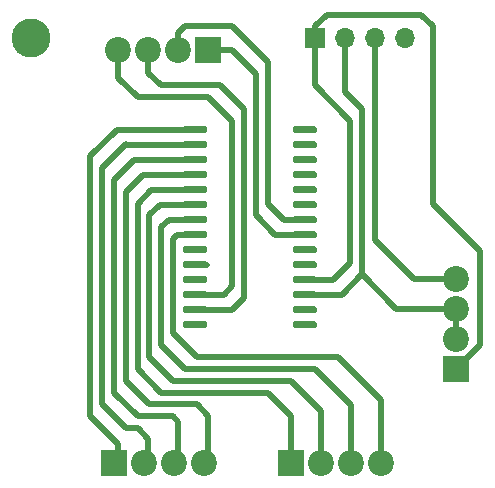
<source format=gbr>
%TF.GenerationSoftware,KiCad,Pcbnew,(5.1.8-0-10_14)*%
%TF.CreationDate,2020-12-02T22:30:47-05:00*%
%TF.ProjectId,Bartender Bot PCB,42617274-656e-4646-9572-20426f742050,rev?*%
%TF.SameCoordinates,Original*%
%TF.FileFunction,Copper,L1,Top*%
%TF.FilePolarity,Positive*%
%FSLAX46Y46*%
G04 Gerber Fmt 4.6, Leading zero omitted, Abs format (unit mm)*
G04 Created by KiCad (PCBNEW (5.1.8-0-10_14)) date 2020-12-02 22:30:47*
%MOMM*%
%LPD*%
G01*
G04 APERTURE LIST*
%TA.AperFunction,ComponentPad*%
%ADD10C,2.200000*%
%TD*%
%TA.AperFunction,ComponentPad*%
%ADD11R,2.200000X2.200000*%
%TD*%
%TA.AperFunction,WasherPad*%
%ADD12C,3.302000*%
%TD*%
%TA.AperFunction,ComponentPad*%
%ADD13R,1.700000X1.700000*%
%TD*%
%TA.AperFunction,ComponentPad*%
%ADD14O,1.700000X1.700000*%
%TD*%
%TA.AperFunction,Conductor*%
%ADD15C,0.500000*%
%TD*%
G04 APERTURE END LIST*
%TO.P,U1,1*%
%TO.N,/Pump1*%
%TA.AperFunction,SMDPad,CuDef*%
G36*
G01*
X115825000Y-50895000D02*
X115825000Y-50595000D01*
G75*
G02*
X115975000Y-50445000I150000J0D01*
G01*
X117725000Y-50445000D01*
G75*
G02*
X117875000Y-50595000I0J-150000D01*
G01*
X117875000Y-50895000D01*
G75*
G02*
X117725000Y-51045000I-150000J0D01*
G01*
X115975000Y-51045000D01*
G75*
G02*
X115825000Y-50895000I0J150000D01*
G01*
G37*
%TD.AperFunction*%
%TO.P,U1,2*%
%TO.N,/Pump2*%
%TA.AperFunction,SMDPad,CuDef*%
G36*
G01*
X115825000Y-52165000D02*
X115825000Y-51865000D01*
G75*
G02*
X115975000Y-51715000I150000J0D01*
G01*
X117725000Y-51715000D01*
G75*
G02*
X117875000Y-51865000I0J-150000D01*
G01*
X117875000Y-52165000D01*
G75*
G02*
X117725000Y-52315000I-150000J0D01*
G01*
X115975000Y-52315000D01*
G75*
G02*
X115825000Y-52165000I0J150000D01*
G01*
G37*
%TD.AperFunction*%
%TO.P,U1,3*%
%TO.N,/Pump3*%
%TA.AperFunction,SMDPad,CuDef*%
G36*
G01*
X115825000Y-53435000D02*
X115825000Y-53135000D01*
G75*
G02*
X115975000Y-52985000I150000J0D01*
G01*
X117725000Y-52985000D01*
G75*
G02*
X117875000Y-53135000I0J-150000D01*
G01*
X117875000Y-53435000D01*
G75*
G02*
X117725000Y-53585000I-150000J0D01*
G01*
X115975000Y-53585000D01*
G75*
G02*
X115825000Y-53435000I0J150000D01*
G01*
G37*
%TD.AperFunction*%
%TO.P,U1,4*%
%TO.N,/Pump4*%
%TA.AperFunction,SMDPad,CuDef*%
G36*
G01*
X115825000Y-54705000D02*
X115825000Y-54405000D01*
G75*
G02*
X115975000Y-54255000I150000J0D01*
G01*
X117725000Y-54255000D01*
G75*
G02*
X117875000Y-54405000I0J-150000D01*
G01*
X117875000Y-54705000D01*
G75*
G02*
X117725000Y-54855000I-150000J0D01*
G01*
X115975000Y-54855000D01*
G75*
G02*
X115825000Y-54705000I0J150000D01*
G01*
G37*
%TD.AperFunction*%
%TO.P,U1,5*%
%TO.N,/Pump5*%
%TA.AperFunction,SMDPad,CuDef*%
G36*
G01*
X115825000Y-55975000D02*
X115825000Y-55675000D01*
G75*
G02*
X115975000Y-55525000I150000J0D01*
G01*
X117725000Y-55525000D01*
G75*
G02*
X117875000Y-55675000I0J-150000D01*
G01*
X117875000Y-55975000D01*
G75*
G02*
X117725000Y-56125000I-150000J0D01*
G01*
X115975000Y-56125000D01*
G75*
G02*
X115825000Y-55975000I0J150000D01*
G01*
G37*
%TD.AperFunction*%
%TO.P,U1,6*%
%TO.N,/Pump6*%
%TA.AperFunction,SMDPad,CuDef*%
G36*
G01*
X115825000Y-57245000D02*
X115825000Y-56945000D01*
G75*
G02*
X115975000Y-56795000I150000J0D01*
G01*
X117725000Y-56795000D01*
G75*
G02*
X117875000Y-56945000I0J-150000D01*
G01*
X117875000Y-57245000D01*
G75*
G02*
X117725000Y-57395000I-150000J0D01*
G01*
X115975000Y-57395000D01*
G75*
G02*
X115825000Y-57245000I0J150000D01*
G01*
G37*
%TD.AperFunction*%
%TO.P,U1,7*%
%TO.N,/Pump7*%
%TA.AperFunction,SMDPad,CuDef*%
G36*
G01*
X115825000Y-58515000D02*
X115825000Y-58215000D01*
G75*
G02*
X115975000Y-58065000I150000J0D01*
G01*
X117725000Y-58065000D01*
G75*
G02*
X117875000Y-58215000I0J-150000D01*
G01*
X117875000Y-58515000D01*
G75*
G02*
X117725000Y-58665000I-150000J0D01*
G01*
X115975000Y-58665000D01*
G75*
G02*
X115825000Y-58515000I0J150000D01*
G01*
G37*
%TD.AperFunction*%
%TO.P,U1,8*%
%TO.N,/Pump8*%
%TA.AperFunction,SMDPad,CuDef*%
G36*
G01*
X115825000Y-59785000D02*
X115825000Y-59485000D01*
G75*
G02*
X115975000Y-59335000I150000J0D01*
G01*
X117725000Y-59335000D01*
G75*
G02*
X117875000Y-59485000I0J-150000D01*
G01*
X117875000Y-59785000D01*
G75*
G02*
X117725000Y-59935000I-150000J0D01*
G01*
X115975000Y-59935000D01*
G75*
G02*
X115825000Y-59785000I0J150000D01*
G01*
G37*
%TD.AperFunction*%
%TO.P,U1,9*%
%TO.N,+5V*%
%TA.AperFunction,SMDPad,CuDef*%
G36*
G01*
X115825000Y-61055000D02*
X115825000Y-60755000D01*
G75*
G02*
X115975000Y-60605000I150000J0D01*
G01*
X117725000Y-60605000D01*
G75*
G02*
X117875000Y-60755000I0J-150000D01*
G01*
X117875000Y-61055000D01*
G75*
G02*
X117725000Y-61205000I-150000J0D01*
G01*
X115975000Y-61205000D01*
G75*
G02*
X115825000Y-61055000I0J150000D01*
G01*
G37*
%TD.AperFunction*%
%TO.P,U1,10*%
%TO.N,GND*%
%TA.AperFunction,SMDPad,CuDef*%
G36*
G01*
X115825000Y-62325000D02*
X115825000Y-62025000D01*
G75*
G02*
X115975000Y-61875000I150000J0D01*
G01*
X117725000Y-61875000D01*
G75*
G02*
X117875000Y-62025000I0J-150000D01*
G01*
X117875000Y-62325000D01*
G75*
G02*
X117725000Y-62475000I-150000J0D01*
G01*
X115975000Y-62475000D01*
G75*
G02*
X115825000Y-62325000I0J150000D01*
G01*
G37*
%TD.AperFunction*%
%TO.P,U1,11*%
%TO.N,Net-(U1-Pad11)*%
%TA.AperFunction,SMDPad,CuDef*%
G36*
G01*
X115825000Y-63595000D02*
X115825000Y-63295000D01*
G75*
G02*
X115975000Y-63145000I150000J0D01*
G01*
X117725000Y-63145000D01*
G75*
G02*
X117875000Y-63295000I0J-150000D01*
G01*
X117875000Y-63595000D01*
G75*
G02*
X117725000Y-63745000I-150000J0D01*
G01*
X115975000Y-63745000D01*
G75*
G02*
X115825000Y-63595000I0J150000D01*
G01*
G37*
%TD.AperFunction*%
%TO.P,U1,12*%
%TO.N,/SCK*%
%TA.AperFunction,SMDPad,CuDef*%
G36*
G01*
X115825000Y-64865000D02*
X115825000Y-64565000D01*
G75*
G02*
X115975000Y-64415000I150000J0D01*
G01*
X117725000Y-64415000D01*
G75*
G02*
X117875000Y-64565000I0J-150000D01*
G01*
X117875000Y-64865000D01*
G75*
G02*
X117725000Y-65015000I-150000J0D01*
G01*
X115975000Y-65015000D01*
G75*
G02*
X115825000Y-64865000I0J150000D01*
G01*
G37*
%TD.AperFunction*%
%TO.P,U1,13*%
%TO.N,/SDA*%
%TA.AperFunction,SMDPad,CuDef*%
G36*
G01*
X115825000Y-66135000D02*
X115825000Y-65835000D01*
G75*
G02*
X115975000Y-65685000I150000J0D01*
G01*
X117725000Y-65685000D01*
G75*
G02*
X117875000Y-65835000I0J-150000D01*
G01*
X117875000Y-66135000D01*
G75*
G02*
X117725000Y-66285000I-150000J0D01*
G01*
X115975000Y-66285000D01*
G75*
G02*
X115825000Y-66135000I0J150000D01*
G01*
G37*
%TD.AperFunction*%
%TO.P,U1,14*%
%TO.N,Net-(U1-Pad14)*%
%TA.AperFunction,SMDPad,CuDef*%
G36*
G01*
X115825000Y-67405000D02*
X115825000Y-67105000D01*
G75*
G02*
X115975000Y-66955000I150000J0D01*
G01*
X117725000Y-66955000D01*
G75*
G02*
X117875000Y-67105000I0J-150000D01*
G01*
X117875000Y-67405000D01*
G75*
G02*
X117725000Y-67555000I-150000J0D01*
G01*
X115975000Y-67555000D01*
G75*
G02*
X115825000Y-67405000I0J150000D01*
G01*
G37*
%TD.AperFunction*%
%TO.P,U1,15*%
%TO.N,GND*%
%TA.AperFunction,SMDPad,CuDef*%
G36*
G01*
X125125000Y-67405000D02*
X125125000Y-67105000D01*
G75*
G02*
X125275000Y-66955000I150000J0D01*
G01*
X127025000Y-66955000D01*
G75*
G02*
X127175000Y-67105000I0J-150000D01*
G01*
X127175000Y-67405000D01*
G75*
G02*
X127025000Y-67555000I-150000J0D01*
G01*
X125275000Y-67555000D01*
G75*
G02*
X125125000Y-67405000I0J150000D01*
G01*
G37*
%TD.AperFunction*%
%TO.P,U1,16*%
%TA.AperFunction,SMDPad,CuDef*%
G36*
G01*
X125125000Y-66135000D02*
X125125000Y-65835000D01*
G75*
G02*
X125275000Y-65685000I150000J0D01*
G01*
X127025000Y-65685000D01*
G75*
G02*
X127175000Y-65835000I0J-150000D01*
G01*
X127175000Y-66135000D01*
G75*
G02*
X127025000Y-66285000I-150000J0D01*
G01*
X125275000Y-66285000D01*
G75*
G02*
X125125000Y-66135000I0J150000D01*
G01*
G37*
%TD.AperFunction*%
%TO.P,U1,17*%
%TA.AperFunction,SMDPad,CuDef*%
G36*
G01*
X125125000Y-64865000D02*
X125125000Y-64565000D01*
G75*
G02*
X125275000Y-64415000I150000J0D01*
G01*
X127025000Y-64415000D01*
G75*
G02*
X127175000Y-64565000I0J-150000D01*
G01*
X127175000Y-64865000D01*
G75*
G02*
X127025000Y-65015000I-150000J0D01*
G01*
X125275000Y-65015000D01*
G75*
G02*
X125125000Y-64865000I0J150000D01*
G01*
G37*
%TD.AperFunction*%
%TO.P,U1,18*%
%TO.N,+5V*%
%TA.AperFunction,SMDPad,CuDef*%
G36*
G01*
X125125000Y-63595000D02*
X125125000Y-63295000D01*
G75*
G02*
X125275000Y-63145000I150000J0D01*
G01*
X127025000Y-63145000D01*
G75*
G02*
X127175000Y-63295000I0J-150000D01*
G01*
X127175000Y-63595000D01*
G75*
G02*
X127025000Y-63745000I-150000J0D01*
G01*
X125275000Y-63745000D01*
G75*
G02*
X125125000Y-63595000I0J150000D01*
G01*
G37*
%TD.AperFunction*%
%TO.P,U1,19*%
%TO.N,Net-(U1-Pad19)*%
%TA.AperFunction,SMDPad,CuDef*%
G36*
G01*
X125125000Y-62325000D02*
X125125000Y-62025000D01*
G75*
G02*
X125275000Y-61875000I150000J0D01*
G01*
X127025000Y-61875000D01*
G75*
G02*
X127175000Y-62025000I0J-150000D01*
G01*
X127175000Y-62325000D01*
G75*
G02*
X127025000Y-62475000I-150000J0D01*
G01*
X125275000Y-62475000D01*
G75*
G02*
X125125000Y-62325000I0J150000D01*
G01*
G37*
%TD.AperFunction*%
%TO.P,U1,20*%
%TO.N,Net-(U1-Pad20)*%
%TA.AperFunction,SMDPad,CuDef*%
G36*
G01*
X125125000Y-61055000D02*
X125125000Y-60755000D01*
G75*
G02*
X125275000Y-60605000I150000J0D01*
G01*
X127025000Y-60605000D01*
G75*
G02*
X127175000Y-60755000I0J-150000D01*
G01*
X127175000Y-61055000D01*
G75*
G02*
X127025000Y-61205000I-150000J0D01*
G01*
X125275000Y-61205000D01*
G75*
G02*
X125125000Y-61055000I0J150000D01*
G01*
G37*
%TD.AperFunction*%
%TO.P,U1,21*%
%TO.N,/StepA*%
%TA.AperFunction,SMDPad,CuDef*%
G36*
G01*
X125125000Y-59785000D02*
X125125000Y-59485000D01*
G75*
G02*
X125275000Y-59335000I150000J0D01*
G01*
X127025000Y-59335000D01*
G75*
G02*
X127175000Y-59485000I0J-150000D01*
G01*
X127175000Y-59785000D01*
G75*
G02*
X127025000Y-59935000I-150000J0D01*
G01*
X125275000Y-59935000D01*
G75*
G02*
X125125000Y-59785000I0J150000D01*
G01*
G37*
%TD.AperFunction*%
%TO.P,U1,22*%
%TO.N,/StepB*%
%TA.AperFunction,SMDPad,CuDef*%
G36*
G01*
X125125000Y-58515000D02*
X125125000Y-58215000D01*
G75*
G02*
X125275000Y-58065000I150000J0D01*
G01*
X127025000Y-58065000D01*
G75*
G02*
X127175000Y-58215000I0J-150000D01*
G01*
X127175000Y-58515000D01*
G75*
G02*
X127025000Y-58665000I-150000J0D01*
G01*
X125275000Y-58665000D01*
G75*
G02*
X125125000Y-58515000I0J150000D01*
G01*
G37*
%TD.AperFunction*%
%TO.P,U1,23*%
%TO.N,Net-(U1-Pad23)*%
%TA.AperFunction,SMDPad,CuDef*%
G36*
G01*
X125125000Y-57245000D02*
X125125000Y-56945000D01*
G75*
G02*
X125275000Y-56795000I150000J0D01*
G01*
X127025000Y-56795000D01*
G75*
G02*
X127175000Y-56945000I0J-150000D01*
G01*
X127175000Y-57245000D01*
G75*
G02*
X127025000Y-57395000I-150000J0D01*
G01*
X125275000Y-57395000D01*
G75*
G02*
X125125000Y-57245000I0J150000D01*
G01*
G37*
%TD.AperFunction*%
%TO.P,U1,24*%
%TO.N,Net-(U1-Pad24)*%
%TA.AperFunction,SMDPad,CuDef*%
G36*
G01*
X125125000Y-55975000D02*
X125125000Y-55675000D01*
G75*
G02*
X125275000Y-55525000I150000J0D01*
G01*
X127025000Y-55525000D01*
G75*
G02*
X127175000Y-55675000I0J-150000D01*
G01*
X127175000Y-55975000D01*
G75*
G02*
X127025000Y-56125000I-150000J0D01*
G01*
X125275000Y-56125000D01*
G75*
G02*
X125125000Y-55975000I0J150000D01*
G01*
G37*
%TD.AperFunction*%
%TO.P,U1,25*%
%TO.N,Net-(U1-Pad25)*%
%TA.AperFunction,SMDPad,CuDef*%
G36*
G01*
X125125000Y-54705000D02*
X125125000Y-54405000D01*
G75*
G02*
X125275000Y-54255000I150000J0D01*
G01*
X127025000Y-54255000D01*
G75*
G02*
X127175000Y-54405000I0J-150000D01*
G01*
X127175000Y-54705000D01*
G75*
G02*
X127025000Y-54855000I-150000J0D01*
G01*
X125275000Y-54855000D01*
G75*
G02*
X125125000Y-54705000I0J150000D01*
G01*
G37*
%TD.AperFunction*%
%TO.P,U1,26*%
%TO.N,Net-(U1-Pad26)*%
%TA.AperFunction,SMDPad,CuDef*%
G36*
G01*
X125125000Y-53435000D02*
X125125000Y-53135000D01*
G75*
G02*
X125275000Y-52985000I150000J0D01*
G01*
X127025000Y-52985000D01*
G75*
G02*
X127175000Y-53135000I0J-150000D01*
G01*
X127175000Y-53435000D01*
G75*
G02*
X127025000Y-53585000I-150000J0D01*
G01*
X125275000Y-53585000D01*
G75*
G02*
X125125000Y-53435000I0J150000D01*
G01*
G37*
%TD.AperFunction*%
%TO.P,U1,27*%
%TO.N,Net-(U1-Pad27)*%
%TA.AperFunction,SMDPad,CuDef*%
G36*
G01*
X125125000Y-52165000D02*
X125125000Y-51865000D01*
G75*
G02*
X125275000Y-51715000I150000J0D01*
G01*
X127025000Y-51715000D01*
G75*
G02*
X127175000Y-51865000I0J-150000D01*
G01*
X127175000Y-52165000D01*
G75*
G02*
X127025000Y-52315000I-150000J0D01*
G01*
X125275000Y-52315000D01*
G75*
G02*
X125125000Y-52165000I0J150000D01*
G01*
G37*
%TD.AperFunction*%
%TO.P,U1,28*%
%TO.N,Net-(U1-Pad28)*%
%TA.AperFunction,SMDPad,CuDef*%
G36*
G01*
X125125000Y-50895000D02*
X125125000Y-50595000D01*
G75*
G02*
X125275000Y-50445000I150000J0D01*
G01*
X127025000Y-50445000D01*
G75*
G02*
X127175000Y-50595000I0J-150000D01*
G01*
X127175000Y-50895000D01*
G75*
G02*
X127025000Y-51045000I-150000J0D01*
G01*
X125275000Y-51045000D01*
G75*
G02*
X125125000Y-50895000I0J150000D01*
G01*
G37*
%TD.AperFunction*%
%TD*%
D10*
%TO.P,J6,4*%
%TO.N,/SCK*%
X110380000Y-44000000D03*
%TO.P,J6,3*%
%TO.N,/SDA*%
X112920000Y-44000000D03*
%TO.P,J6,2*%
%TO.N,/StepB*%
X115460000Y-44000000D03*
D11*
%TO.P,J6,1*%
%TO.N,/StepA*%
X118000000Y-44000000D03*
%TD*%
D10*
%TO.P,J5,4*%
%TO.N,/Pump8*%
X132620000Y-79000000D03*
%TO.P,J5,3*%
%TO.N,/Pump7*%
X130080000Y-79000000D03*
%TO.P,J5,2*%
%TO.N,/Pump6*%
X127540000Y-79000000D03*
D11*
%TO.P,J5,1*%
%TO.N,/Pump5*%
X125000000Y-79000000D03*
%TD*%
D10*
%TO.P,J4,4*%
%TO.N,/Pump4*%
X117620000Y-79000000D03*
%TO.P,J4,3*%
%TO.N,/Pump3*%
X115080000Y-79000000D03*
%TO.P,J4,2*%
%TO.N,/Pump2*%
X112540000Y-79000000D03*
D11*
%TO.P,J4,1*%
%TO.N,/Pump1*%
X110000000Y-79000000D03*
%TD*%
D10*
%TO.P,J3,4*%
%TO.N,+12V*%
X139000000Y-63380000D03*
%TO.P,J3,3*%
%TO.N,GND*%
X139000000Y-65920000D03*
%TO.P,J3,2*%
X139000000Y-68460000D03*
D11*
%TO.P,J3,1*%
%TO.N,+5V*%
X139000000Y-71000000D03*
%TD*%
D12*
%TO.P,,*%
%TO.N,*%
X103000000Y-43000000D03*
%TD*%
D13*
%TO.P,J1,1*%
%TO.N,+5V*%
X127000000Y-43000000D03*
D14*
%TO.P,J1,2*%
%TO.N,GND*%
X129540000Y-43000000D03*
%TO.P,J1,3*%
%TO.N,+12V*%
X132080000Y-43000000D03*
%TO.P,J1,4*%
%TO.N,Net-(J1-Pad4)*%
X134620000Y-43000000D03*
%TD*%
D15*
%TO.N,+5V*%
X127000000Y-43000000D02*
X127000000Y-46000000D01*
X127000000Y-46000000D02*
X127000000Y-47000000D01*
X127000000Y-47000000D02*
X130000000Y-50000000D01*
X126150000Y-63445000D02*
X128555000Y-63445000D01*
X130000000Y-62000000D02*
X130000000Y-50000000D01*
X128555000Y-63445000D02*
X130000000Y-62000000D01*
X141000000Y-69000000D02*
X139000000Y-71000000D01*
X137000000Y-57000000D02*
X141000000Y-61000000D01*
X136000000Y-41000000D02*
X137000000Y-42000000D01*
X128000000Y-41000000D02*
X136000000Y-41000000D01*
X141000000Y-61000000D02*
X141000000Y-69000000D01*
X137000000Y-42000000D02*
X137000000Y-57000000D01*
X127000000Y-42000000D02*
X128000000Y-41000000D01*
X127000000Y-43000000D02*
X127000000Y-42000000D01*
%TO.N,GND*%
X116850000Y-62175000D02*
X117875000Y-62175000D01*
X129540000Y-47540000D02*
X129540000Y-43000000D01*
X131000000Y-49000000D02*
X129540000Y-47540000D01*
X131000000Y-63000000D02*
X131000000Y-49000000D01*
X129285000Y-64715000D02*
X131000000Y-63000000D01*
X126150000Y-64715000D02*
X129285000Y-64715000D01*
X139000000Y-68460000D02*
X139000000Y-65920000D01*
X139000000Y-65920000D02*
X133920000Y-65920000D01*
X133920000Y-65920000D02*
X131000000Y-63000000D01*
%TO.N,+12V*%
X135380000Y-63380000D02*
X139000000Y-63380000D01*
X132080000Y-60080000D02*
X135380000Y-63380000D01*
X132080000Y-43000000D02*
X132080000Y-60080000D01*
%TO.N,/Pump4*%
X116850000Y-54555000D02*
X115825000Y-54555000D01*
X116850000Y-54555000D02*
X112445000Y-54555000D01*
X112445000Y-54555000D02*
X111000000Y-56000000D01*
X111000000Y-56000000D02*
X111000000Y-72000000D01*
X117000000Y-74000000D02*
X118000000Y-75000000D01*
X118000000Y-75000000D02*
X118000000Y-79000000D01*
X111000000Y-72000000D02*
X113000000Y-74000000D01*
X113000000Y-74000000D02*
X117000000Y-74000000D01*
%TO.N,/Pump3*%
X116850000Y-53285000D02*
X115825000Y-53285000D01*
X115460000Y-75460000D02*
X115000000Y-75000000D01*
X115000000Y-75000000D02*
X113000000Y-75000000D01*
X110000000Y-73000000D02*
X110000000Y-55000000D01*
X111715000Y-53285000D02*
X116850000Y-53285000D01*
X110000000Y-55000000D02*
X111715000Y-53285000D01*
X115460000Y-75460000D02*
X115460000Y-79000000D01*
X113000000Y-75000000D02*
X112000000Y-75000000D01*
X112000000Y-75000000D02*
X110000000Y-73000000D01*
%TO.N,/Pump2*%
X116850000Y-52015000D02*
X115825000Y-52015000D01*
X111015000Y-52015000D02*
X116850000Y-52015000D01*
X111000000Y-52000000D02*
X111015000Y-52015000D01*
X109000000Y-54000000D02*
X111000000Y-52000000D01*
X109000000Y-54000000D02*
X109000000Y-74000000D01*
X109000000Y-74000000D02*
X111000000Y-76000000D01*
X111000000Y-76000000D02*
X112000000Y-76000000D01*
X112920000Y-76920000D02*
X112000000Y-76000000D01*
X112920000Y-79000000D02*
X112920000Y-76920000D01*
%TO.N,/Pump1*%
X116850000Y-50745000D02*
X115825000Y-50745000D01*
X110255000Y-50745000D02*
X116850000Y-50745000D01*
X108000000Y-75000000D02*
X108000000Y-53000000D01*
X108000000Y-53000000D02*
X110255000Y-50745000D01*
X110380000Y-77380000D02*
X108000000Y-75000000D01*
X110380000Y-79000000D02*
X110380000Y-77380000D01*
%TO.N,/Pump5*%
X116850000Y-55825000D02*
X113175000Y-55825000D01*
X113175000Y-55825000D02*
X112000000Y-57000000D01*
X112000000Y-57000000D02*
X112000000Y-71000000D01*
X125000000Y-79000000D02*
X125000000Y-75000000D01*
X112000000Y-71000000D02*
X114000000Y-73000000D01*
X114000000Y-73000000D02*
X123000000Y-73000000D01*
X123000000Y-73000000D02*
X125000000Y-75000000D01*
%TO.N,/Pump6*%
X127540000Y-74540000D02*
X127540000Y-79000000D01*
X125000000Y-72000000D02*
X127540000Y-74540000D01*
X116850000Y-57095000D02*
X113905000Y-57095000D01*
X115000000Y-72000000D02*
X125000000Y-72000000D01*
X113000000Y-58000000D02*
X113000000Y-70000000D01*
X113905000Y-57095000D02*
X113000000Y-58000000D01*
X113000000Y-70000000D02*
X115000000Y-72000000D01*
%TO.N,/Pump7*%
X130080000Y-74080000D02*
X130080000Y-79000000D01*
X116850000Y-58365000D02*
X114635000Y-58365000D01*
X114000000Y-69000000D02*
X116000000Y-71000000D01*
X114000000Y-59000000D02*
X114000000Y-69000000D01*
X114635000Y-58365000D02*
X114000000Y-59000000D01*
X130080000Y-74080000D02*
X127000000Y-71000000D01*
X127000000Y-71000000D02*
X116000000Y-71000000D01*
%TO.N,/Pump8*%
X116365000Y-59635000D02*
X116850000Y-59635000D01*
X115000000Y-60000000D02*
X115000000Y-68000000D01*
X115365000Y-59635000D02*
X115000000Y-60000000D01*
X116850000Y-59635000D02*
X115365000Y-59635000D01*
X117000000Y-70000000D02*
X115000000Y-68000000D01*
X117000000Y-70000000D02*
X129000000Y-70000000D01*
X132620000Y-73620000D02*
X132620000Y-79000000D01*
X129000000Y-70000000D02*
X132620000Y-73620000D01*
%TO.N,/SCK*%
X119285000Y-64715000D02*
X116850000Y-64715000D01*
X110380000Y-44000000D02*
X110380000Y-46380000D01*
X110380000Y-46380000D02*
X112000000Y-48000000D01*
X112000000Y-48000000D02*
X118000000Y-48000000D01*
X119285000Y-64715000D02*
X120000000Y-64000000D01*
X120000000Y-64000000D02*
X120000000Y-50000000D01*
X120000000Y-50000000D02*
X118000000Y-48000000D01*
%TO.N,/SDA*%
X112920000Y-45920000D02*
X112920000Y-44000000D01*
X114000000Y-47000000D02*
X112920000Y-45920000D01*
X119000000Y-47000000D02*
X114000000Y-47000000D01*
X116850000Y-65985000D02*
X119985000Y-65985000D01*
X119000000Y-47000000D02*
X121000000Y-49000000D01*
X121000000Y-49000000D02*
X121000000Y-65000000D01*
X121000000Y-65000000D02*
X120000000Y-66000000D01*
%TO.N,/StepB*%
X115460000Y-44000000D02*
X115460000Y-42540000D01*
X115460000Y-42540000D02*
X116000000Y-42000000D01*
X116000000Y-42000000D02*
X120000000Y-42000000D01*
X120000000Y-42000000D02*
X123000000Y-45000000D01*
X125125000Y-58365000D02*
X126150000Y-58365000D01*
X126150000Y-58365000D02*
X124365000Y-58365000D01*
X124365000Y-58365000D02*
X123000000Y-57000000D01*
X123000000Y-57000000D02*
X123000000Y-45000000D01*
%TO.N,/StepA*%
X122000000Y-46000000D02*
X122000000Y-58000000D01*
X123635000Y-59635000D02*
X126150000Y-59635000D01*
X120000000Y-44000000D02*
X122000000Y-46000000D01*
X122000000Y-58000000D02*
X123635000Y-59635000D01*
X118000000Y-44000000D02*
X120000000Y-44000000D01*
%TD*%
M02*

</source>
